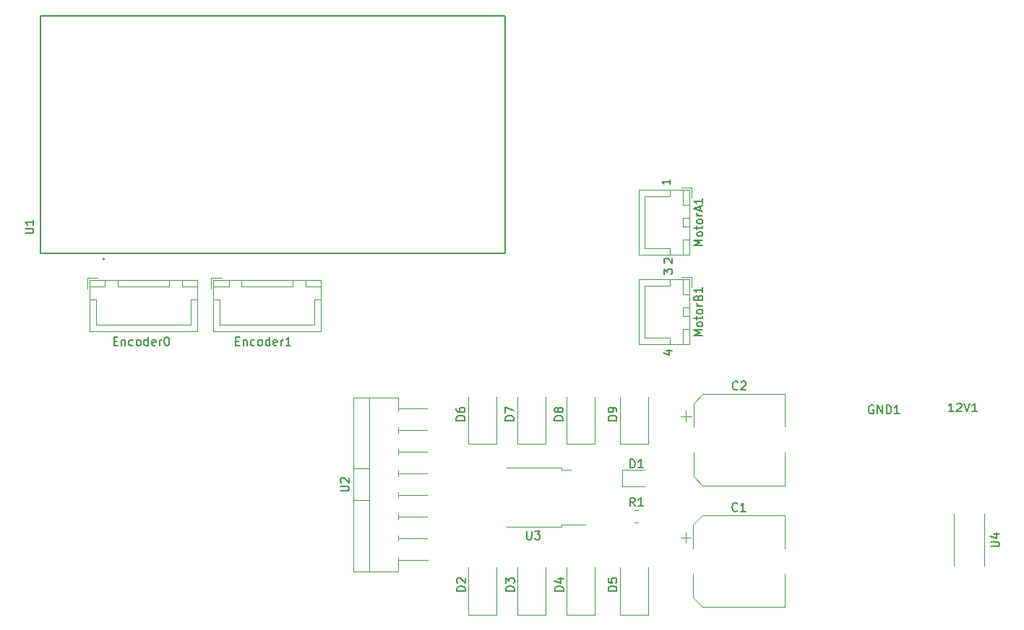
<source format=gbr>
%TF.GenerationSoftware,KiCad,Pcbnew,7.0.8*%
%TF.CreationDate,2024-03-30T18:50:20+07:00*%
%TF.ProjectId,2wd_control,3277645f-636f-46e7-9472-6f6c2e6b6963,rev?*%
%TF.SameCoordinates,Original*%
%TF.FileFunction,Legend,Top*%
%TF.FilePolarity,Positive*%
%FSLAX46Y46*%
G04 Gerber Fmt 4.6, Leading zero omitted, Abs format (unit mm)*
G04 Created by KiCad (PCBNEW 7.0.8) date 2024-03-30 18:50:20*
%MOMM*%
%LPD*%
G01*
G04 APERTURE LIST*
%ADD10C,0.150000*%
%ADD11C,0.120000*%
%ADD12C,0.127000*%
%ADD13C,0.200000*%
G04 APERTURE END LIST*
D10*
X187954819Y-78833332D02*
X187954819Y-78214285D01*
X187954819Y-78214285D02*
X188335771Y-78547618D01*
X188335771Y-78547618D02*
X188335771Y-78404761D01*
X188335771Y-78404761D02*
X188383390Y-78309523D01*
X188383390Y-78309523D02*
X188431009Y-78261904D01*
X188431009Y-78261904D02*
X188526247Y-78214285D01*
X188526247Y-78214285D02*
X188764342Y-78214285D01*
X188764342Y-78214285D02*
X188859580Y-78261904D01*
X188859580Y-78261904D02*
X188907200Y-78309523D01*
X188907200Y-78309523D02*
X188954819Y-78404761D01*
X188954819Y-78404761D02*
X188954819Y-78690475D01*
X188954819Y-78690475D02*
X188907200Y-78785713D01*
X188907200Y-78785713D02*
X188859580Y-78833332D01*
X188050057Y-77535713D02*
X188002438Y-77488094D01*
X188002438Y-77488094D02*
X187954819Y-77392856D01*
X187954819Y-77392856D02*
X187954819Y-77154761D01*
X187954819Y-77154761D02*
X188002438Y-77059523D01*
X188002438Y-77059523D02*
X188050057Y-77011904D01*
X188050057Y-77011904D02*
X188145295Y-76964285D01*
X188145295Y-76964285D02*
X188240533Y-76964285D01*
X188240533Y-76964285D02*
X188383390Y-77011904D01*
X188383390Y-77011904D02*
X188954819Y-77583332D01*
X188954819Y-77583332D02*
X188954819Y-76964285D01*
X188704819Y-67714285D02*
X188704819Y-68285713D01*
X188704819Y-67999999D02*
X187704819Y-67999999D01*
X187704819Y-67999999D02*
X187847676Y-68095237D01*
X187847676Y-68095237D02*
X187942914Y-68190475D01*
X187942914Y-68190475D02*
X187990533Y-68285713D01*
X188288152Y-87809523D02*
X188954819Y-87809523D01*
X187907200Y-88047618D02*
X188621485Y-88285713D01*
X188621485Y-88285713D02*
X188621485Y-87666666D01*
X221904761Y-94954819D02*
X221333333Y-94954819D01*
X221619047Y-94954819D02*
X221619047Y-93954819D01*
X221619047Y-93954819D02*
X221523809Y-94097676D01*
X221523809Y-94097676D02*
X221428571Y-94192914D01*
X221428571Y-94192914D02*
X221333333Y-94240533D01*
X222285714Y-94050057D02*
X222333333Y-94002438D01*
X222333333Y-94002438D02*
X222428571Y-93954819D01*
X222428571Y-93954819D02*
X222666666Y-93954819D01*
X222666666Y-93954819D02*
X222761904Y-94002438D01*
X222761904Y-94002438D02*
X222809523Y-94050057D01*
X222809523Y-94050057D02*
X222857142Y-94145295D01*
X222857142Y-94145295D02*
X222857142Y-94240533D01*
X222857142Y-94240533D02*
X222809523Y-94383390D01*
X222809523Y-94383390D02*
X222238095Y-94954819D01*
X222238095Y-94954819D02*
X222857142Y-94954819D01*
X223142857Y-93954819D02*
X223476190Y-94954819D01*
X223476190Y-94954819D02*
X223809523Y-93954819D01*
X224666666Y-94954819D02*
X224095238Y-94954819D01*
X224380952Y-94954819D02*
X224380952Y-93954819D01*
X224380952Y-93954819D02*
X224285714Y-94097676D01*
X224285714Y-94097676D02*
X224190476Y-94192914D01*
X224190476Y-94192914D02*
X224095238Y-94240533D01*
X182444819Y-115988094D02*
X181444819Y-115988094D01*
X181444819Y-115988094D02*
X181444819Y-115749999D01*
X181444819Y-115749999D02*
X181492438Y-115607142D01*
X181492438Y-115607142D02*
X181587676Y-115511904D01*
X181587676Y-115511904D02*
X181682914Y-115464285D01*
X181682914Y-115464285D02*
X181873390Y-115416666D01*
X181873390Y-115416666D02*
X182016247Y-115416666D01*
X182016247Y-115416666D02*
X182206723Y-115464285D01*
X182206723Y-115464285D02*
X182301961Y-115511904D01*
X182301961Y-115511904D02*
X182397200Y-115607142D01*
X182397200Y-115607142D02*
X182444819Y-115749999D01*
X182444819Y-115749999D02*
X182444819Y-115988094D01*
X181444819Y-114511904D02*
X181444819Y-114988094D01*
X181444819Y-114988094D02*
X181921009Y-115035713D01*
X181921009Y-115035713D02*
X181873390Y-114988094D01*
X181873390Y-114988094D02*
X181825771Y-114892856D01*
X181825771Y-114892856D02*
X181825771Y-114654761D01*
X181825771Y-114654761D02*
X181873390Y-114559523D01*
X181873390Y-114559523D02*
X181921009Y-114511904D01*
X181921009Y-114511904D02*
X182016247Y-114464285D01*
X182016247Y-114464285D02*
X182254342Y-114464285D01*
X182254342Y-114464285D02*
X182349580Y-114511904D01*
X182349580Y-114511904D02*
X182397200Y-114559523D01*
X182397200Y-114559523D02*
X182444819Y-114654761D01*
X182444819Y-114654761D02*
X182444819Y-114892856D01*
X182444819Y-114892856D02*
X182397200Y-114988094D01*
X182397200Y-114988094D02*
X182349580Y-115035713D01*
X170394819Y-95988094D02*
X169394819Y-95988094D01*
X169394819Y-95988094D02*
X169394819Y-95749999D01*
X169394819Y-95749999D02*
X169442438Y-95607142D01*
X169442438Y-95607142D02*
X169537676Y-95511904D01*
X169537676Y-95511904D02*
X169632914Y-95464285D01*
X169632914Y-95464285D02*
X169823390Y-95416666D01*
X169823390Y-95416666D02*
X169966247Y-95416666D01*
X169966247Y-95416666D02*
X170156723Y-95464285D01*
X170156723Y-95464285D02*
X170251961Y-95511904D01*
X170251961Y-95511904D02*
X170347200Y-95607142D01*
X170347200Y-95607142D02*
X170394819Y-95749999D01*
X170394819Y-95749999D02*
X170394819Y-95988094D01*
X169394819Y-95083332D02*
X169394819Y-94416666D01*
X169394819Y-94416666D02*
X170394819Y-94845237D01*
X176194819Y-115988094D02*
X175194819Y-115988094D01*
X175194819Y-115988094D02*
X175194819Y-115749999D01*
X175194819Y-115749999D02*
X175242438Y-115607142D01*
X175242438Y-115607142D02*
X175337676Y-115511904D01*
X175337676Y-115511904D02*
X175432914Y-115464285D01*
X175432914Y-115464285D02*
X175623390Y-115416666D01*
X175623390Y-115416666D02*
X175766247Y-115416666D01*
X175766247Y-115416666D02*
X175956723Y-115464285D01*
X175956723Y-115464285D02*
X176051961Y-115511904D01*
X176051961Y-115511904D02*
X176147200Y-115607142D01*
X176147200Y-115607142D02*
X176194819Y-115749999D01*
X176194819Y-115749999D02*
X176194819Y-115988094D01*
X175528152Y-114559523D02*
X176194819Y-114559523D01*
X175147200Y-114797618D02*
X175861485Y-115035713D01*
X175861485Y-115035713D02*
X175861485Y-114416666D01*
X171898095Y-108954819D02*
X171898095Y-109764342D01*
X171898095Y-109764342D02*
X171945714Y-109859580D01*
X171945714Y-109859580D02*
X171993333Y-109907200D01*
X171993333Y-109907200D02*
X172088571Y-109954819D01*
X172088571Y-109954819D02*
X172279047Y-109954819D01*
X172279047Y-109954819D02*
X172374285Y-109907200D01*
X172374285Y-109907200D02*
X172421904Y-109859580D01*
X172421904Y-109859580D02*
X172469523Y-109764342D01*
X172469523Y-109764342D02*
X172469523Y-108954819D01*
X172850476Y-108954819D02*
X173469523Y-108954819D01*
X173469523Y-108954819D02*
X173136190Y-109335771D01*
X173136190Y-109335771D02*
X173279047Y-109335771D01*
X173279047Y-109335771D02*
X173374285Y-109383390D01*
X173374285Y-109383390D02*
X173421904Y-109431009D01*
X173421904Y-109431009D02*
X173469523Y-109526247D01*
X173469523Y-109526247D02*
X173469523Y-109764342D01*
X173469523Y-109764342D02*
X173421904Y-109859580D01*
X173421904Y-109859580D02*
X173374285Y-109907200D01*
X173374285Y-109907200D02*
X173279047Y-109954819D01*
X173279047Y-109954819D02*
X172993333Y-109954819D01*
X172993333Y-109954819D02*
X172898095Y-109907200D01*
X172898095Y-109907200D02*
X172850476Y-109859580D01*
X164694819Y-115988094D02*
X163694819Y-115988094D01*
X163694819Y-115988094D02*
X163694819Y-115749999D01*
X163694819Y-115749999D02*
X163742438Y-115607142D01*
X163742438Y-115607142D02*
X163837676Y-115511904D01*
X163837676Y-115511904D02*
X163932914Y-115464285D01*
X163932914Y-115464285D02*
X164123390Y-115416666D01*
X164123390Y-115416666D02*
X164266247Y-115416666D01*
X164266247Y-115416666D02*
X164456723Y-115464285D01*
X164456723Y-115464285D02*
X164551961Y-115511904D01*
X164551961Y-115511904D02*
X164647200Y-115607142D01*
X164647200Y-115607142D02*
X164694819Y-115749999D01*
X164694819Y-115749999D02*
X164694819Y-115988094D01*
X163790057Y-115035713D02*
X163742438Y-114988094D01*
X163742438Y-114988094D02*
X163694819Y-114892856D01*
X163694819Y-114892856D02*
X163694819Y-114654761D01*
X163694819Y-114654761D02*
X163742438Y-114559523D01*
X163742438Y-114559523D02*
X163790057Y-114511904D01*
X163790057Y-114511904D02*
X163885295Y-114464285D01*
X163885295Y-114464285D02*
X163980533Y-114464285D01*
X163980533Y-114464285D02*
X164123390Y-114511904D01*
X164123390Y-114511904D02*
X164694819Y-115083332D01*
X164694819Y-115083332D02*
X164694819Y-114464285D01*
X113118567Y-74041373D02*
X113928403Y-74041373D01*
X113928403Y-74041373D02*
X114023678Y-73993736D01*
X114023678Y-73993736D02*
X114071316Y-73946099D01*
X114071316Y-73946099D02*
X114118953Y-73850824D01*
X114118953Y-73850824D02*
X114118953Y-73660274D01*
X114118953Y-73660274D02*
X114071316Y-73564999D01*
X114071316Y-73564999D02*
X114023678Y-73517362D01*
X114023678Y-73517362D02*
X113928403Y-73469724D01*
X113928403Y-73469724D02*
X113118567Y-73469724D01*
X114118953Y-72469339D02*
X114118953Y-73040988D01*
X114118953Y-72755163D02*
X113118567Y-72755163D01*
X113118567Y-72755163D02*
X113261479Y-72850438D01*
X113261479Y-72850438D02*
X113356754Y-72945713D01*
X113356754Y-72945713D02*
X113404392Y-73040988D01*
X226252819Y-110797904D02*
X227062342Y-110797904D01*
X227062342Y-110797904D02*
X227157580Y-110750285D01*
X227157580Y-110750285D02*
X227205200Y-110702666D01*
X227205200Y-110702666D02*
X227252819Y-110607428D01*
X227252819Y-110607428D02*
X227252819Y-110416952D01*
X227252819Y-110416952D02*
X227205200Y-110321714D01*
X227205200Y-110321714D02*
X227157580Y-110274095D01*
X227157580Y-110274095D02*
X227062342Y-110226476D01*
X227062342Y-110226476D02*
X226252819Y-110226476D01*
X226586152Y-109321714D02*
X227252819Y-109321714D01*
X226205200Y-109559809D02*
X226919485Y-109797904D01*
X226919485Y-109797904D02*
X226919485Y-109178857D01*
X196583333Y-106559580D02*
X196535714Y-106607200D01*
X196535714Y-106607200D02*
X196392857Y-106654819D01*
X196392857Y-106654819D02*
X196297619Y-106654819D01*
X196297619Y-106654819D02*
X196154762Y-106607200D01*
X196154762Y-106607200D02*
X196059524Y-106511961D01*
X196059524Y-106511961D02*
X196011905Y-106416723D01*
X196011905Y-106416723D02*
X195964286Y-106226247D01*
X195964286Y-106226247D02*
X195964286Y-106083390D01*
X195964286Y-106083390D02*
X196011905Y-105892914D01*
X196011905Y-105892914D02*
X196059524Y-105797676D01*
X196059524Y-105797676D02*
X196154762Y-105702438D01*
X196154762Y-105702438D02*
X196297619Y-105654819D01*
X196297619Y-105654819D02*
X196392857Y-105654819D01*
X196392857Y-105654819D02*
X196535714Y-105702438D01*
X196535714Y-105702438D02*
X196583333Y-105750057D01*
X197535714Y-106654819D02*
X196964286Y-106654819D01*
X197250000Y-106654819D02*
X197250000Y-105654819D01*
X197250000Y-105654819D02*
X197154762Y-105797676D01*
X197154762Y-105797676D02*
X197059524Y-105892914D01*
X197059524Y-105892914D02*
X196964286Y-105940533D01*
X150079819Y-104266904D02*
X150889342Y-104266904D01*
X150889342Y-104266904D02*
X150984580Y-104219285D01*
X150984580Y-104219285D02*
X151032200Y-104171666D01*
X151032200Y-104171666D02*
X151079819Y-104076428D01*
X151079819Y-104076428D02*
X151079819Y-103885952D01*
X151079819Y-103885952D02*
X151032200Y-103790714D01*
X151032200Y-103790714D02*
X150984580Y-103743095D01*
X150984580Y-103743095D02*
X150889342Y-103695476D01*
X150889342Y-103695476D02*
X150079819Y-103695476D01*
X150175057Y-103266904D02*
X150127438Y-103219285D01*
X150127438Y-103219285D02*
X150079819Y-103124047D01*
X150079819Y-103124047D02*
X150079819Y-102885952D01*
X150079819Y-102885952D02*
X150127438Y-102790714D01*
X150127438Y-102790714D02*
X150175057Y-102743095D01*
X150175057Y-102743095D02*
X150270295Y-102695476D01*
X150270295Y-102695476D02*
X150365533Y-102695476D01*
X150365533Y-102695476D02*
X150508390Y-102743095D01*
X150508390Y-102743095D02*
X151079819Y-103314523D01*
X151079819Y-103314523D02*
X151079819Y-102695476D01*
X170444819Y-115988094D02*
X169444819Y-115988094D01*
X169444819Y-115988094D02*
X169444819Y-115749999D01*
X169444819Y-115749999D02*
X169492438Y-115607142D01*
X169492438Y-115607142D02*
X169587676Y-115511904D01*
X169587676Y-115511904D02*
X169682914Y-115464285D01*
X169682914Y-115464285D02*
X169873390Y-115416666D01*
X169873390Y-115416666D02*
X170016247Y-115416666D01*
X170016247Y-115416666D02*
X170206723Y-115464285D01*
X170206723Y-115464285D02*
X170301961Y-115511904D01*
X170301961Y-115511904D02*
X170397200Y-115607142D01*
X170397200Y-115607142D02*
X170444819Y-115749999D01*
X170444819Y-115749999D02*
X170444819Y-115988094D01*
X169444819Y-115083332D02*
X169444819Y-114464285D01*
X169444819Y-114464285D02*
X169825771Y-114797618D01*
X169825771Y-114797618D02*
X169825771Y-114654761D01*
X169825771Y-114654761D02*
X169873390Y-114559523D01*
X169873390Y-114559523D02*
X169921009Y-114511904D01*
X169921009Y-114511904D02*
X170016247Y-114464285D01*
X170016247Y-114464285D02*
X170254342Y-114464285D01*
X170254342Y-114464285D02*
X170349580Y-114511904D01*
X170349580Y-114511904D02*
X170397200Y-114559523D01*
X170397200Y-114559523D02*
X170444819Y-114654761D01*
X170444819Y-114654761D02*
X170444819Y-114940475D01*
X170444819Y-114940475D02*
X170397200Y-115035713D01*
X170397200Y-115035713D02*
X170349580Y-115083332D01*
X123535714Y-86681009D02*
X123869047Y-86681009D01*
X124011904Y-87204819D02*
X123535714Y-87204819D01*
X123535714Y-87204819D02*
X123535714Y-86204819D01*
X123535714Y-86204819D02*
X124011904Y-86204819D01*
X124440476Y-86538152D02*
X124440476Y-87204819D01*
X124440476Y-86633390D02*
X124488095Y-86585771D01*
X124488095Y-86585771D02*
X124583333Y-86538152D01*
X124583333Y-86538152D02*
X124726190Y-86538152D01*
X124726190Y-86538152D02*
X124821428Y-86585771D01*
X124821428Y-86585771D02*
X124869047Y-86681009D01*
X124869047Y-86681009D02*
X124869047Y-87204819D01*
X125773809Y-87157200D02*
X125678571Y-87204819D01*
X125678571Y-87204819D02*
X125488095Y-87204819D01*
X125488095Y-87204819D02*
X125392857Y-87157200D01*
X125392857Y-87157200D02*
X125345238Y-87109580D01*
X125345238Y-87109580D02*
X125297619Y-87014342D01*
X125297619Y-87014342D02*
X125297619Y-86728628D01*
X125297619Y-86728628D02*
X125345238Y-86633390D01*
X125345238Y-86633390D02*
X125392857Y-86585771D01*
X125392857Y-86585771D02*
X125488095Y-86538152D01*
X125488095Y-86538152D02*
X125678571Y-86538152D01*
X125678571Y-86538152D02*
X125773809Y-86585771D01*
X126345238Y-87204819D02*
X126250000Y-87157200D01*
X126250000Y-87157200D02*
X126202381Y-87109580D01*
X126202381Y-87109580D02*
X126154762Y-87014342D01*
X126154762Y-87014342D02*
X126154762Y-86728628D01*
X126154762Y-86728628D02*
X126202381Y-86633390D01*
X126202381Y-86633390D02*
X126250000Y-86585771D01*
X126250000Y-86585771D02*
X126345238Y-86538152D01*
X126345238Y-86538152D02*
X126488095Y-86538152D01*
X126488095Y-86538152D02*
X126583333Y-86585771D01*
X126583333Y-86585771D02*
X126630952Y-86633390D01*
X126630952Y-86633390D02*
X126678571Y-86728628D01*
X126678571Y-86728628D02*
X126678571Y-87014342D01*
X126678571Y-87014342D02*
X126630952Y-87109580D01*
X126630952Y-87109580D02*
X126583333Y-87157200D01*
X126583333Y-87157200D02*
X126488095Y-87204819D01*
X126488095Y-87204819D02*
X126345238Y-87204819D01*
X127535714Y-87204819D02*
X127535714Y-86204819D01*
X127535714Y-87157200D02*
X127440476Y-87204819D01*
X127440476Y-87204819D02*
X127250000Y-87204819D01*
X127250000Y-87204819D02*
X127154762Y-87157200D01*
X127154762Y-87157200D02*
X127107143Y-87109580D01*
X127107143Y-87109580D02*
X127059524Y-87014342D01*
X127059524Y-87014342D02*
X127059524Y-86728628D01*
X127059524Y-86728628D02*
X127107143Y-86633390D01*
X127107143Y-86633390D02*
X127154762Y-86585771D01*
X127154762Y-86585771D02*
X127250000Y-86538152D01*
X127250000Y-86538152D02*
X127440476Y-86538152D01*
X127440476Y-86538152D02*
X127535714Y-86585771D01*
X128392857Y-87157200D02*
X128297619Y-87204819D01*
X128297619Y-87204819D02*
X128107143Y-87204819D01*
X128107143Y-87204819D02*
X128011905Y-87157200D01*
X128011905Y-87157200D02*
X127964286Y-87061961D01*
X127964286Y-87061961D02*
X127964286Y-86681009D01*
X127964286Y-86681009D02*
X128011905Y-86585771D01*
X128011905Y-86585771D02*
X128107143Y-86538152D01*
X128107143Y-86538152D02*
X128297619Y-86538152D01*
X128297619Y-86538152D02*
X128392857Y-86585771D01*
X128392857Y-86585771D02*
X128440476Y-86681009D01*
X128440476Y-86681009D02*
X128440476Y-86776247D01*
X128440476Y-86776247D02*
X127964286Y-86871485D01*
X128869048Y-87204819D02*
X128869048Y-86538152D01*
X128869048Y-86728628D02*
X128916667Y-86633390D01*
X128916667Y-86633390D02*
X128964286Y-86585771D01*
X128964286Y-86585771D02*
X129059524Y-86538152D01*
X129059524Y-86538152D02*
X129154762Y-86538152D01*
X129678572Y-86204819D02*
X129773810Y-86204819D01*
X129773810Y-86204819D02*
X129869048Y-86252438D01*
X129869048Y-86252438D02*
X129916667Y-86300057D01*
X129916667Y-86300057D02*
X129964286Y-86395295D01*
X129964286Y-86395295D02*
X130011905Y-86585771D01*
X130011905Y-86585771D02*
X130011905Y-86823866D01*
X130011905Y-86823866D02*
X129964286Y-87014342D01*
X129964286Y-87014342D02*
X129916667Y-87109580D01*
X129916667Y-87109580D02*
X129869048Y-87157200D01*
X129869048Y-87157200D02*
X129773810Y-87204819D01*
X129773810Y-87204819D02*
X129678572Y-87204819D01*
X129678572Y-87204819D02*
X129583334Y-87157200D01*
X129583334Y-87157200D02*
X129535715Y-87109580D01*
X129535715Y-87109580D02*
X129488096Y-87014342D01*
X129488096Y-87014342D02*
X129440477Y-86823866D01*
X129440477Y-86823866D02*
X129440477Y-86585771D01*
X129440477Y-86585771D02*
X129488096Y-86395295D01*
X129488096Y-86395295D02*
X129535715Y-86300057D01*
X129535715Y-86300057D02*
X129583334Y-86252438D01*
X129583334Y-86252438D02*
X129678572Y-86204819D01*
X182444819Y-95988094D02*
X181444819Y-95988094D01*
X181444819Y-95988094D02*
X181444819Y-95749999D01*
X181444819Y-95749999D02*
X181492438Y-95607142D01*
X181492438Y-95607142D02*
X181587676Y-95511904D01*
X181587676Y-95511904D02*
X181682914Y-95464285D01*
X181682914Y-95464285D02*
X181873390Y-95416666D01*
X181873390Y-95416666D02*
X182016247Y-95416666D01*
X182016247Y-95416666D02*
X182206723Y-95464285D01*
X182206723Y-95464285D02*
X182301961Y-95511904D01*
X182301961Y-95511904D02*
X182397200Y-95607142D01*
X182397200Y-95607142D02*
X182444819Y-95749999D01*
X182444819Y-95749999D02*
X182444819Y-95988094D01*
X182444819Y-94940475D02*
X182444819Y-94749999D01*
X182444819Y-94749999D02*
X182397200Y-94654761D01*
X182397200Y-94654761D02*
X182349580Y-94607142D01*
X182349580Y-94607142D02*
X182206723Y-94511904D01*
X182206723Y-94511904D02*
X182016247Y-94464285D01*
X182016247Y-94464285D02*
X181635295Y-94464285D01*
X181635295Y-94464285D02*
X181540057Y-94511904D01*
X181540057Y-94511904D02*
X181492438Y-94559523D01*
X181492438Y-94559523D02*
X181444819Y-94654761D01*
X181444819Y-94654761D02*
X181444819Y-94845237D01*
X181444819Y-94845237D02*
X181492438Y-94940475D01*
X181492438Y-94940475D02*
X181540057Y-94988094D01*
X181540057Y-94988094D02*
X181635295Y-95035713D01*
X181635295Y-95035713D02*
X181873390Y-95035713D01*
X181873390Y-95035713D02*
X181968628Y-94988094D01*
X181968628Y-94988094D02*
X182016247Y-94940475D01*
X182016247Y-94940475D02*
X182063866Y-94845237D01*
X182063866Y-94845237D02*
X182063866Y-94654761D01*
X182063866Y-94654761D02*
X182016247Y-94559523D01*
X182016247Y-94559523D02*
X181968628Y-94511904D01*
X181968628Y-94511904D02*
X181873390Y-94464285D01*
X212511904Y-94252438D02*
X212416666Y-94204819D01*
X212416666Y-94204819D02*
X212273809Y-94204819D01*
X212273809Y-94204819D02*
X212130952Y-94252438D01*
X212130952Y-94252438D02*
X212035714Y-94347676D01*
X212035714Y-94347676D02*
X211988095Y-94442914D01*
X211988095Y-94442914D02*
X211940476Y-94633390D01*
X211940476Y-94633390D02*
X211940476Y-94776247D01*
X211940476Y-94776247D02*
X211988095Y-94966723D01*
X211988095Y-94966723D02*
X212035714Y-95061961D01*
X212035714Y-95061961D02*
X212130952Y-95157200D01*
X212130952Y-95157200D02*
X212273809Y-95204819D01*
X212273809Y-95204819D02*
X212369047Y-95204819D01*
X212369047Y-95204819D02*
X212511904Y-95157200D01*
X212511904Y-95157200D02*
X212559523Y-95109580D01*
X212559523Y-95109580D02*
X212559523Y-94776247D01*
X212559523Y-94776247D02*
X212369047Y-94776247D01*
X212988095Y-95204819D02*
X212988095Y-94204819D01*
X212988095Y-94204819D02*
X213559523Y-95204819D01*
X213559523Y-95204819D02*
X213559523Y-94204819D01*
X214035714Y-95204819D02*
X214035714Y-94204819D01*
X214035714Y-94204819D02*
X214273809Y-94204819D01*
X214273809Y-94204819D02*
X214416666Y-94252438D01*
X214416666Y-94252438D02*
X214511904Y-94347676D01*
X214511904Y-94347676D02*
X214559523Y-94442914D01*
X214559523Y-94442914D02*
X214607142Y-94633390D01*
X214607142Y-94633390D02*
X214607142Y-94776247D01*
X214607142Y-94776247D02*
X214559523Y-94966723D01*
X214559523Y-94966723D02*
X214511904Y-95061961D01*
X214511904Y-95061961D02*
X214416666Y-95157200D01*
X214416666Y-95157200D02*
X214273809Y-95204819D01*
X214273809Y-95204819D02*
X214035714Y-95204819D01*
X215559523Y-95204819D02*
X214988095Y-95204819D01*
X215273809Y-95204819D02*
X215273809Y-94204819D01*
X215273809Y-94204819D02*
X215178571Y-94347676D01*
X215178571Y-94347676D02*
X215083333Y-94442914D01*
X215083333Y-94442914D02*
X214988095Y-94490533D01*
X184583333Y-106054819D02*
X184250000Y-105578628D01*
X184011905Y-106054819D02*
X184011905Y-105054819D01*
X184011905Y-105054819D02*
X184392857Y-105054819D01*
X184392857Y-105054819D02*
X184488095Y-105102438D01*
X184488095Y-105102438D02*
X184535714Y-105150057D01*
X184535714Y-105150057D02*
X184583333Y-105245295D01*
X184583333Y-105245295D02*
X184583333Y-105388152D01*
X184583333Y-105388152D02*
X184535714Y-105483390D01*
X184535714Y-105483390D02*
X184488095Y-105531009D01*
X184488095Y-105531009D02*
X184392857Y-105578628D01*
X184392857Y-105578628D02*
X184011905Y-105578628D01*
X185535714Y-106054819D02*
X184964286Y-106054819D01*
X185250000Y-106054819D02*
X185250000Y-105054819D01*
X185250000Y-105054819D02*
X185154762Y-105197676D01*
X185154762Y-105197676D02*
X185059524Y-105292914D01*
X185059524Y-105292914D02*
X184964286Y-105340533D01*
X137785714Y-86681009D02*
X138119047Y-86681009D01*
X138261904Y-87204819D02*
X137785714Y-87204819D01*
X137785714Y-87204819D02*
X137785714Y-86204819D01*
X137785714Y-86204819D02*
X138261904Y-86204819D01*
X138690476Y-86538152D02*
X138690476Y-87204819D01*
X138690476Y-86633390D02*
X138738095Y-86585771D01*
X138738095Y-86585771D02*
X138833333Y-86538152D01*
X138833333Y-86538152D02*
X138976190Y-86538152D01*
X138976190Y-86538152D02*
X139071428Y-86585771D01*
X139071428Y-86585771D02*
X139119047Y-86681009D01*
X139119047Y-86681009D02*
X139119047Y-87204819D01*
X140023809Y-87157200D02*
X139928571Y-87204819D01*
X139928571Y-87204819D02*
X139738095Y-87204819D01*
X139738095Y-87204819D02*
X139642857Y-87157200D01*
X139642857Y-87157200D02*
X139595238Y-87109580D01*
X139595238Y-87109580D02*
X139547619Y-87014342D01*
X139547619Y-87014342D02*
X139547619Y-86728628D01*
X139547619Y-86728628D02*
X139595238Y-86633390D01*
X139595238Y-86633390D02*
X139642857Y-86585771D01*
X139642857Y-86585771D02*
X139738095Y-86538152D01*
X139738095Y-86538152D02*
X139928571Y-86538152D01*
X139928571Y-86538152D02*
X140023809Y-86585771D01*
X140595238Y-87204819D02*
X140500000Y-87157200D01*
X140500000Y-87157200D02*
X140452381Y-87109580D01*
X140452381Y-87109580D02*
X140404762Y-87014342D01*
X140404762Y-87014342D02*
X140404762Y-86728628D01*
X140404762Y-86728628D02*
X140452381Y-86633390D01*
X140452381Y-86633390D02*
X140500000Y-86585771D01*
X140500000Y-86585771D02*
X140595238Y-86538152D01*
X140595238Y-86538152D02*
X140738095Y-86538152D01*
X140738095Y-86538152D02*
X140833333Y-86585771D01*
X140833333Y-86585771D02*
X140880952Y-86633390D01*
X140880952Y-86633390D02*
X140928571Y-86728628D01*
X140928571Y-86728628D02*
X140928571Y-87014342D01*
X140928571Y-87014342D02*
X140880952Y-87109580D01*
X140880952Y-87109580D02*
X140833333Y-87157200D01*
X140833333Y-87157200D02*
X140738095Y-87204819D01*
X140738095Y-87204819D02*
X140595238Y-87204819D01*
X141785714Y-87204819D02*
X141785714Y-86204819D01*
X141785714Y-87157200D02*
X141690476Y-87204819D01*
X141690476Y-87204819D02*
X141500000Y-87204819D01*
X141500000Y-87204819D02*
X141404762Y-87157200D01*
X141404762Y-87157200D02*
X141357143Y-87109580D01*
X141357143Y-87109580D02*
X141309524Y-87014342D01*
X141309524Y-87014342D02*
X141309524Y-86728628D01*
X141309524Y-86728628D02*
X141357143Y-86633390D01*
X141357143Y-86633390D02*
X141404762Y-86585771D01*
X141404762Y-86585771D02*
X141500000Y-86538152D01*
X141500000Y-86538152D02*
X141690476Y-86538152D01*
X141690476Y-86538152D02*
X141785714Y-86585771D01*
X142642857Y-87157200D02*
X142547619Y-87204819D01*
X142547619Y-87204819D02*
X142357143Y-87204819D01*
X142357143Y-87204819D02*
X142261905Y-87157200D01*
X142261905Y-87157200D02*
X142214286Y-87061961D01*
X142214286Y-87061961D02*
X142214286Y-86681009D01*
X142214286Y-86681009D02*
X142261905Y-86585771D01*
X142261905Y-86585771D02*
X142357143Y-86538152D01*
X142357143Y-86538152D02*
X142547619Y-86538152D01*
X142547619Y-86538152D02*
X142642857Y-86585771D01*
X142642857Y-86585771D02*
X142690476Y-86681009D01*
X142690476Y-86681009D02*
X142690476Y-86776247D01*
X142690476Y-86776247D02*
X142214286Y-86871485D01*
X143119048Y-87204819D02*
X143119048Y-86538152D01*
X143119048Y-86728628D02*
X143166667Y-86633390D01*
X143166667Y-86633390D02*
X143214286Y-86585771D01*
X143214286Y-86585771D02*
X143309524Y-86538152D01*
X143309524Y-86538152D02*
X143404762Y-86538152D01*
X144261905Y-87204819D02*
X143690477Y-87204819D01*
X143976191Y-87204819D02*
X143976191Y-86204819D01*
X143976191Y-86204819D02*
X143880953Y-86347676D01*
X143880953Y-86347676D02*
X143785715Y-86442914D01*
X143785715Y-86442914D02*
X143690477Y-86490533D01*
X196633333Y-92309580D02*
X196585714Y-92357200D01*
X196585714Y-92357200D02*
X196442857Y-92404819D01*
X196442857Y-92404819D02*
X196347619Y-92404819D01*
X196347619Y-92404819D02*
X196204762Y-92357200D01*
X196204762Y-92357200D02*
X196109524Y-92261961D01*
X196109524Y-92261961D02*
X196061905Y-92166723D01*
X196061905Y-92166723D02*
X196014286Y-91976247D01*
X196014286Y-91976247D02*
X196014286Y-91833390D01*
X196014286Y-91833390D02*
X196061905Y-91642914D01*
X196061905Y-91642914D02*
X196109524Y-91547676D01*
X196109524Y-91547676D02*
X196204762Y-91452438D01*
X196204762Y-91452438D02*
X196347619Y-91404819D01*
X196347619Y-91404819D02*
X196442857Y-91404819D01*
X196442857Y-91404819D02*
X196585714Y-91452438D01*
X196585714Y-91452438D02*
X196633333Y-91500057D01*
X197014286Y-91500057D02*
X197061905Y-91452438D01*
X197061905Y-91452438D02*
X197157143Y-91404819D01*
X197157143Y-91404819D02*
X197395238Y-91404819D01*
X197395238Y-91404819D02*
X197490476Y-91452438D01*
X197490476Y-91452438D02*
X197538095Y-91500057D01*
X197538095Y-91500057D02*
X197585714Y-91595295D01*
X197585714Y-91595295D02*
X197585714Y-91690533D01*
X197585714Y-91690533D02*
X197538095Y-91833390D01*
X197538095Y-91833390D02*
X196966667Y-92404819D01*
X196966667Y-92404819D02*
X197585714Y-92404819D01*
X192504819Y-75488095D02*
X191504819Y-75488095D01*
X191504819Y-75488095D02*
X192219104Y-75154762D01*
X192219104Y-75154762D02*
X191504819Y-74821429D01*
X191504819Y-74821429D02*
X192504819Y-74821429D01*
X192504819Y-74202381D02*
X192457200Y-74297619D01*
X192457200Y-74297619D02*
X192409580Y-74345238D01*
X192409580Y-74345238D02*
X192314342Y-74392857D01*
X192314342Y-74392857D02*
X192028628Y-74392857D01*
X192028628Y-74392857D02*
X191933390Y-74345238D01*
X191933390Y-74345238D02*
X191885771Y-74297619D01*
X191885771Y-74297619D02*
X191838152Y-74202381D01*
X191838152Y-74202381D02*
X191838152Y-74059524D01*
X191838152Y-74059524D02*
X191885771Y-73964286D01*
X191885771Y-73964286D02*
X191933390Y-73916667D01*
X191933390Y-73916667D02*
X192028628Y-73869048D01*
X192028628Y-73869048D02*
X192314342Y-73869048D01*
X192314342Y-73869048D02*
X192409580Y-73916667D01*
X192409580Y-73916667D02*
X192457200Y-73964286D01*
X192457200Y-73964286D02*
X192504819Y-74059524D01*
X192504819Y-74059524D02*
X192504819Y-74202381D01*
X191838152Y-73583333D02*
X191838152Y-73202381D01*
X191504819Y-73440476D02*
X192361961Y-73440476D01*
X192361961Y-73440476D02*
X192457200Y-73392857D01*
X192457200Y-73392857D02*
X192504819Y-73297619D01*
X192504819Y-73297619D02*
X192504819Y-73202381D01*
X192504819Y-72726190D02*
X192457200Y-72821428D01*
X192457200Y-72821428D02*
X192409580Y-72869047D01*
X192409580Y-72869047D02*
X192314342Y-72916666D01*
X192314342Y-72916666D02*
X192028628Y-72916666D01*
X192028628Y-72916666D02*
X191933390Y-72869047D01*
X191933390Y-72869047D02*
X191885771Y-72821428D01*
X191885771Y-72821428D02*
X191838152Y-72726190D01*
X191838152Y-72726190D02*
X191838152Y-72583333D01*
X191838152Y-72583333D02*
X191885771Y-72488095D01*
X191885771Y-72488095D02*
X191933390Y-72440476D01*
X191933390Y-72440476D02*
X192028628Y-72392857D01*
X192028628Y-72392857D02*
X192314342Y-72392857D01*
X192314342Y-72392857D02*
X192409580Y-72440476D01*
X192409580Y-72440476D02*
X192457200Y-72488095D01*
X192457200Y-72488095D02*
X192504819Y-72583333D01*
X192504819Y-72583333D02*
X192504819Y-72726190D01*
X192504819Y-71964285D02*
X191838152Y-71964285D01*
X192028628Y-71964285D02*
X191933390Y-71916666D01*
X191933390Y-71916666D02*
X191885771Y-71869047D01*
X191885771Y-71869047D02*
X191838152Y-71773809D01*
X191838152Y-71773809D02*
X191838152Y-71678571D01*
X192219104Y-71392856D02*
X192219104Y-70916666D01*
X192504819Y-71488094D02*
X191504819Y-71154761D01*
X191504819Y-71154761D02*
X192504819Y-70821428D01*
X192504819Y-69964285D02*
X192504819Y-70535713D01*
X192504819Y-70249999D02*
X191504819Y-70249999D01*
X191504819Y-70249999D02*
X191647676Y-70345237D01*
X191647676Y-70345237D02*
X191742914Y-70440475D01*
X191742914Y-70440475D02*
X191790533Y-70535713D01*
X192504819Y-86059523D02*
X191504819Y-86059523D01*
X191504819Y-86059523D02*
X192219104Y-85726190D01*
X192219104Y-85726190D02*
X191504819Y-85392857D01*
X191504819Y-85392857D02*
X192504819Y-85392857D01*
X192504819Y-84773809D02*
X192457200Y-84869047D01*
X192457200Y-84869047D02*
X192409580Y-84916666D01*
X192409580Y-84916666D02*
X192314342Y-84964285D01*
X192314342Y-84964285D02*
X192028628Y-84964285D01*
X192028628Y-84964285D02*
X191933390Y-84916666D01*
X191933390Y-84916666D02*
X191885771Y-84869047D01*
X191885771Y-84869047D02*
X191838152Y-84773809D01*
X191838152Y-84773809D02*
X191838152Y-84630952D01*
X191838152Y-84630952D02*
X191885771Y-84535714D01*
X191885771Y-84535714D02*
X191933390Y-84488095D01*
X191933390Y-84488095D02*
X192028628Y-84440476D01*
X192028628Y-84440476D02*
X192314342Y-84440476D01*
X192314342Y-84440476D02*
X192409580Y-84488095D01*
X192409580Y-84488095D02*
X192457200Y-84535714D01*
X192457200Y-84535714D02*
X192504819Y-84630952D01*
X192504819Y-84630952D02*
X192504819Y-84773809D01*
X191838152Y-84154761D02*
X191838152Y-83773809D01*
X191504819Y-84011904D02*
X192361961Y-84011904D01*
X192361961Y-84011904D02*
X192457200Y-83964285D01*
X192457200Y-83964285D02*
X192504819Y-83869047D01*
X192504819Y-83869047D02*
X192504819Y-83773809D01*
X192504819Y-83297618D02*
X192457200Y-83392856D01*
X192457200Y-83392856D02*
X192409580Y-83440475D01*
X192409580Y-83440475D02*
X192314342Y-83488094D01*
X192314342Y-83488094D02*
X192028628Y-83488094D01*
X192028628Y-83488094D02*
X191933390Y-83440475D01*
X191933390Y-83440475D02*
X191885771Y-83392856D01*
X191885771Y-83392856D02*
X191838152Y-83297618D01*
X191838152Y-83297618D02*
X191838152Y-83154761D01*
X191838152Y-83154761D02*
X191885771Y-83059523D01*
X191885771Y-83059523D02*
X191933390Y-83011904D01*
X191933390Y-83011904D02*
X192028628Y-82964285D01*
X192028628Y-82964285D02*
X192314342Y-82964285D01*
X192314342Y-82964285D02*
X192409580Y-83011904D01*
X192409580Y-83011904D02*
X192457200Y-83059523D01*
X192457200Y-83059523D02*
X192504819Y-83154761D01*
X192504819Y-83154761D02*
X192504819Y-83297618D01*
X192504819Y-82535713D02*
X191838152Y-82535713D01*
X192028628Y-82535713D02*
X191933390Y-82488094D01*
X191933390Y-82488094D02*
X191885771Y-82440475D01*
X191885771Y-82440475D02*
X191838152Y-82345237D01*
X191838152Y-82345237D02*
X191838152Y-82249999D01*
X191981009Y-81583332D02*
X192028628Y-81440475D01*
X192028628Y-81440475D02*
X192076247Y-81392856D01*
X192076247Y-81392856D02*
X192171485Y-81345237D01*
X192171485Y-81345237D02*
X192314342Y-81345237D01*
X192314342Y-81345237D02*
X192409580Y-81392856D01*
X192409580Y-81392856D02*
X192457200Y-81440475D01*
X192457200Y-81440475D02*
X192504819Y-81535713D01*
X192504819Y-81535713D02*
X192504819Y-81916665D01*
X192504819Y-81916665D02*
X191504819Y-81916665D01*
X191504819Y-81916665D02*
X191504819Y-81583332D01*
X191504819Y-81583332D02*
X191552438Y-81488094D01*
X191552438Y-81488094D02*
X191600057Y-81440475D01*
X191600057Y-81440475D02*
X191695295Y-81392856D01*
X191695295Y-81392856D02*
X191790533Y-81392856D01*
X191790533Y-81392856D02*
X191885771Y-81440475D01*
X191885771Y-81440475D02*
X191933390Y-81488094D01*
X191933390Y-81488094D02*
X191981009Y-81583332D01*
X191981009Y-81583332D02*
X191981009Y-81916665D01*
X192504819Y-80392856D02*
X192504819Y-80964284D01*
X192504819Y-80678570D02*
X191504819Y-80678570D01*
X191504819Y-80678570D02*
X191647676Y-80773808D01*
X191647676Y-80773808D02*
X191742914Y-80869046D01*
X191742914Y-80869046D02*
X191790533Y-80964284D01*
X184011905Y-101554819D02*
X184011905Y-100554819D01*
X184011905Y-100554819D02*
X184250000Y-100554819D01*
X184250000Y-100554819D02*
X184392857Y-100602438D01*
X184392857Y-100602438D02*
X184488095Y-100697676D01*
X184488095Y-100697676D02*
X184535714Y-100792914D01*
X184535714Y-100792914D02*
X184583333Y-100983390D01*
X184583333Y-100983390D02*
X184583333Y-101126247D01*
X184583333Y-101126247D02*
X184535714Y-101316723D01*
X184535714Y-101316723D02*
X184488095Y-101411961D01*
X184488095Y-101411961D02*
X184392857Y-101507200D01*
X184392857Y-101507200D02*
X184250000Y-101554819D01*
X184250000Y-101554819D02*
X184011905Y-101554819D01*
X185535714Y-101554819D02*
X184964286Y-101554819D01*
X185250000Y-101554819D02*
X185250000Y-100554819D01*
X185250000Y-100554819D02*
X185154762Y-100697676D01*
X185154762Y-100697676D02*
X185059524Y-100792914D01*
X185059524Y-100792914D02*
X184964286Y-100840533D01*
X164644819Y-95988094D02*
X163644819Y-95988094D01*
X163644819Y-95988094D02*
X163644819Y-95749999D01*
X163644819Y-95749999D02*
X163692438Y-95607142D01*
X163692438Y-95607142D02*
X163787676Y-95511904D01*
X163787676Y-95511904D02*
X163882914Y-95464285D01*
X163882914Y-95464285D02*
X164073390Y-95416666D01*
X164073390Y-95416666D02*
X164216247Y-95416666D01*
X164216247Y-95416666D02*
X164406723Y-95464285D01*
X164406723Y-95464285D02*
X164501961Y-95511904D01*
X164501961Y-95511904D02*
X164597200Y-95607142D01*
X164597200Y-95607142D02*
X164644819Y-95749999D01*
X164644819Y-95749999D02*
X164644819Y-95988094D01*
X163644819Y-94559523D02*
X163644819Y-94749999D01*
X163644819Y-94749999D02*
X163692438Y-94845237D01*
X163692438Y-94845237D02*
X163740057Y-94892856D01*
X163740057Y-94892856D02*
X163882914Y-94988094D01*
X163882914Y-94988094D02*
X164073390Y-95035713D01*
X164073390Y-95035713D02*
X164454342Y-95035713D01*
X164454342Y-95035713D02*
X164549580Y-94988094D01*
X164549580Y-94988094D02*
X164597200Y-94940475D01*
X164597200Y-94940475D02*
X164644819Y-94845237D01*
X164644819Y-94845237D02*
X164644819Y-94654761D01*
X164644819Y-94654761D02*
X164597200Y-94559523D01*
X164597200Y-94559523D02*
X164549580Y-94511904D01*
X164549580Y-94511904D02*
X164454342Y-94464285D01*
X164454342Y-94464285D02*
X164216247Y-94464285D01*
X164216247Y-94464285D02*
X164121009Y-94511904D01*
X164121009Y-94511904D02*
X164073390Y-94559523D01*
X164073390Y-94559523D02*
X164025771Y-94654761D01*
X164025771Y-94654761D02*
X164025771Y-94845237D01*
X164025771Y-94845237D02*
X164073390Y-94940475D01*
X164073390Y-94940475D02*
X164121009Y-94988094D01*
X164121009Y-94988094D02*
X164216247Y-95035713D01*
X176144819Y-95988094D02*
X175144819Y-95988094D01*
X175144819Y-95988094D02*
X175144819Y-95749999D01*
X175144819Y-95749999D02*
X175192438Y-95607142D01*
X175192438Y-95607142D02*
X175287676Y-95511904D01*
X175287676Y-95511904D02*
X175382914Y-95464285D01*
X175382914Y-95464285D02*
X175573390Y-95416666D01*
X175573390Y-95416666D02*
X175716247Y-95416666D01*
X175716247Y-95416666D02*
X175906723Y-95464285D01*
X175906723Y-95464285D02*
X176001961Y-95511904D01*
X176001961Y-95511904D02*
X176097200Y-95607142D01*
X176097200Y-95607142D02*
X176144819Y-95749999D01*
X176144819Y-95749999D02*
X176144819Y-95988094D01*
X175573390Y-94845237D02*
X175525771Y-94940475D01*
X175525771Y-94940475D02*
X175478152Y-94988094D01*
X175478152Y-94988094D02*
X175382914Y-95035713D01*
X175382914Y-95035713D02*
X175335295Y-95035713D01*
X175335295Y-95035713D02*
X175240057Y-94988094D01*
X175240057Y-94988094D02*
X175192438Y-94940475D01*
X175192438Y-94940475D02*
X175144819Y-94845237D01*
X175144819Y-94845237D02*
X175144819Y-94654761D01*
X175144819Y-94654761D02*
X175192438Y-94559523D01*
X175192438Y-94559523D02*
X175240057Y-94511904D01*
X175240057Y-94511904D02*
X175335295Y-94464285D01*
X175335295Y-94464285D02*
X175382914Y-94464285D01*
X175382914Y-94464285D02*
X175478152Y-94511904D01*
X175478152Y-94511904D02*
X175525771Y-94559523D01*
X175525771Y-94559523D02*
X175573390Y-94654761D01*
X175573390Y-94654761D02*
X175573390Y-94845237D01*
X175573390Y-94845237D02*
X175621009Y-94940475D01*
X175621009Y-94940475D02*
X175668628Y-94988094D01*
X175668628Y-94988094D02*
X175763866Y-95035713D01*
X175763866Y-95035713D02*
X175954342Y-95035713D01*
X175954342Y-95035713D02*
X176049580Y-94988094D01*
X176049580Y-94988094D02*
X176097200Y-94940475D01*
X176097200Y-94940475D02*
X176144819Y-94845237D01*
X176144819Y-94845237D02*
X176144819Y-94654761D01*
X176144819Y-94654761D02*
X176097200Y-94559523D01*
X176097200Y-94559523D02*
X176049580Y-94511904D01*
X176049580Y-94511904D02*
X175954342Y-94464285D01*
X175954342Y-94464285D02*
X175763866Y-94464285D01*
X175763866Y-94464285D02*
X175668628Y-94511904D01*
X175668628Y-94511904D02*
X175621009Y-94559523D01*
X175621009Y-94559523D02*
X175573390Y-94654761D01*
D11*
%TO.C,D5*%
X182840000Y-118760000D02*
X186140000Y-118760000D01*
X182840000Y-118760000D02*
X182840000Y-113250000D01*
X186140000Y-118760000D02*
X186140000Y-113250000D01*
%TO.C,D7*%
X170790000Y-98760000D02*
X174090000Y-98760000D01*
X170790000Y-98760000D02*
X170790000Y-93250000D01*
X174090000Y-98760000D02*
X174090000Y-93250000D01*
%TO.C,D4*%
X176590000Y-118760000D02*
X179890000Y-118760000D01*
X176590000Y-118760000D02*
X176590000Y-113250000D01*
X179890000Y-118760000D02*
X179890000Y-113250000D01*
%TO.C,U3*%
X175970000Y-108450000D02*
X175970000Y-108180000D01*
X175970000Y-108180000D02*
X178800000Y-108180000D01*
X175970000Y-101820000D02*
X177070000Y-101820000D01*
X175970000Y-101550000D02*
X175970000Y-101820000D01*
X169550000Y-108450000D02*
X175970000Y-108450000D01*
X169550000Y-101550000D02*
X175970000Y-101550000D01*
%TO.C,D2*%
X165090000Y-118760000D02*
X168390000Y-118760000D01*
X165090000Y-118760000D02*
X165090000Y-113250000D01*
X168390000Y-118760000D02*
X168390000Y-113250000D01*
D12*
%TO.C,U1*%
X114960000Y-76400000D02*
X114960000Y-48500000D01*
X169360000Y-76400000D02*
X114960000Y-76400000D01*
X114960000Y-48500000D02*
X169360000Y-48500000D01*
X169360000Y-48500000D02*
X169360000Y-76400000D01*
D13*
X122450000Y-77050000D02*
G75*
G03*
X122450000Y-77050000I-100000J0D01*
G01*
D11*
%TO.C,U4*%
X221972000Y-110036000D02*
X221972000Y-106988000D01*
X221972000Y-110036000D02*
X221972000Y-113084000D01*
X225528000Y-110880000D02*
X225528000Y-113084000D01*
X225528000Y-110999000D02*
X225528000Y-106988000D01*
%TO.C,C1*%
X189900000Y-109740000D02*
X191150000Y-109740000D01*
X190525000Y-109115000D02*
X190525000Y-110365000D01*
X191390000Y-108204437D02*
X191390000Y-110990000D01*
X191390000Y-108204437D02*
X192454437Y-107140000D01*
X191390000Y-116795563D02*
X191390000Y-114010000D01*
X191390000Y-116795563D02*
X192454437Y-117860000D01*
X192454437Y-107140000D02*
X202110000Y-107140000D01*
X192454437Y-117860000D02*
X202110000Y-117860000D01*
X202110000Y-107140000D02*
X202110000Y-110990000D01*
X202110000Y-117860000D02*
X202110000Y-114010000D01*
%TO.C,U2*%
X151625000Y-113725000D02*
X156866000Y-113725000D01*
X151625000Y-113725000D02*
X151625000Y-93285000D01*
X153465000Y-113725000D02*
X153465000Y-93285000D01*
X156866000Y-113725000D02*
X156866000Y-112049000D01*
X156866000Y-112395000D02*
X160275000Y-112395000D01*
X156866000Y-110200000D02*
X156866000Y-109509000D01*
X156866000Y-109855000D02*
X160260000Y-109855000D01*
X156866000Y-107660000D02*
X156866000Y-106969000D01*
X156866000Y-107315000D02*
X160260000Y-107315000D01*
X151625000Y-105354000D02*
X153465000Y-105354000D01*
X156866000Y-105120000D02*
X156866000Y-104429000D01*
X156866000Y-104775000D02*
X160260000Y-104775000D01*
X156866000Y-102580000D02*
X156866000Y-101889000D01*
X156866000Y-102235000D02*
X160260000Y-102235000D01*
X151625000Y-101655000D02*
X153465000Y-101655000D01*
X156866000Y-100040000D02*
X156866000Y-99349000D01*
X156866000Y-99695000D02*
X160260000Y-99695000D01*
X156866000Y-97500000D02*
X156866000Y-96809000D01*
X156866000Y-97155000D02*
X160260000Y-97155000D01*
X156866000Y-94960000D02*
X156866000Y-93285000D01*
X156866000Y-94615000D02*
X160260000Y-94615000D01*
X151625000Y-93285000D02*
X156866000Y-93285000D01*
%TO.C,D3*%
X170840000Y-118760000D02*
X174140000Y-118760000D01*
X170840000Y-118760000D02*
X170840000Y-113250000D01*
X174140000Y-118760000D02*
X174140000Y-113250000D01*
%TO.C,Encoder0*%
X120400000Y-79250000D02*
X120400000Y-80500000D01*
X120690000Y-79540000D02*
X120690000Y-85510000D01*
X120690000Y-85510000D02*
X133310000Y-85510000D01*
X120700000Y-79550000D02*
X120700000Y-80300000D01*
X120700000Y-80300000D02*
X122500000Y-80300000D01*
X120700000Y-81800000D02*
X121450000Y-81800000D01*
X121450000Y-81800000D02*
X121450000Y-84750000D01*
X121450000Y-84750000D02*
X127000000Y-84750000D01*
X121650000Y-79250000D02*
X120400000Y-79250000D01*
X122500000Y-79550000D02*
X120700000Y-79550000D01*
X122500000Y-80300000D02*
X122500000Y-79550000D01*
X124000000Y-79550000D02*
X124000000Y-80300000D01*
X124000000Y-80300000D02*
X130000000Y-80300000D01*
X130000000Y-79550000D02*
X124000000Y-79550000D01*
X130000000Y-80300000D02*
X130000000Y-79550000D01*
X131500000Y-79550000D02*
X131500000Y-80300000D01*
X131500000Y-80300000D02*
X133300000Y-80300000D01*
X132550000Y-81800000D02*
X132550000Y-84750000D01*
X132550000Y-84750000D02*
X127000000Y-84750000D01*
X133300000Y-79550000D02*
X131500000Y-79550000D01*
X133300000Y-80300000D02*
X133300000Y-79550000D01*
X133300000Y-81800000D02*
X132550000Y-81800000D01*
X133310000Y-79540000D02*
X120690000Y-79540000D01*
X133310000Y-85510000D02*
X133310000Y-79540000D01*
%TO.C,D9*%
X182840000Y-98760000D02*
X186140000Y-98760000D01*
X182840000Y-98760000D02*
X182840000Y-93250000D01*
X186140000Y-98760000D02*
X186140000Y-93250000D01*
%TO.C,R1*%
X184522936Y-106515000D02*
X184977064Y-106515000D01*
X184522936Y-107985000D02*
X184977064Y-107985000D01*
%TO.C,Encoder1*%
X134900000Y-79250000D02*
X134900000Y-80500000D01*
X135190000Y-79540000D02*
X135190000Y-85510000D01*
X135190000Y-85510000D02*
X147810000Y-85510000D01*
X135200000Y-79550000D02*
X135200000Y-80300000D01*
X135200000Y-80300000D02*
X137000000Y-80300000D01*
X135200000Y-81800000D02*
X135950000Y-81800000D01*
X135950000Y-81800000D02*
X135950000Y-84750000D01*
X135950000Y-84750000D02*
X141500000Y-84750000D01*
X136150000Y-79250000D02*
X134900000Y-79250000D01*
X137000000Y-79550000D02*
X135200000Y-79550000D01*
X137000000Y-80300000D02*
X137000000Y-79550000D01*
X138500000Y-79550000D02*
X138500000Y-80300000D01*
X138500000Y-80300000D02*
X144500000Y-80300000D01*
X144500000Y-79550000D02*
X138500000Y-79550000D01*
X144500000Y-80300000D02*
X144500000Y-79550000D01*
X146000000Y-79550000D02*
X146000000Y-80300000D01*
X146000000Y-80300000D02*
X147800000Y-80300000D01*
X147050000Y-81800000D02*
X147050000Y-84750000D01*
X147050000Y-84750000D02*
X141500000Y-84750000D01*
X147800000Y-79550000D02*
X146000000Y-79550000D01*
X147800000Y-80300000D02*
X147800000Y-79550000D01*
X147800000Y-81800000D02*
X147050000Y-81800000D01*
X147810000Y-79540000D02*
X135190000Y-79540000D01*
X147810000Y-85510000D02*
X147810000Y-79540000D01*
%TO.C,C2*%
X189950000Y-95490000D02*
X191200000Y-95490000D01*
X190575000Y-94865000D02*
X190575000Y-96115000D01*
X191440000Y-93954437D02*
X191440000Y-96740000D01*
X191440000Y-93954437D02*
X192504437Y-92890000D01*
X191440000Y-102545563D02*
X191440000Y-99760000D01*
X191440000Y-102545563D02*
X192504437Y-103610000D01*
X192504437Y-92890000D02*
X202160000Y-92890000D01*
X192504437Y-103610000D02*
X202160000Y-103610000D01*
X202160000Y-92890000D02*
X202160000Y-96740000D01*
X202160000Y-103610000D02*
X202160000Y-99760000D01*
%TO.C,MotorA1*%
X191250000Y-68650000D02*
X190000000Y-68650000D01*
X190960000Y-68940000D02*
X184990000Y-68940000D01*
X184990000Y-68940000D02*
X184990000Y-76560000D01*
X190950000Y-68950000D02*
X190200000Y-68950000D01*
X190200000Y-68950000D02*
X190200000Y-70750000D01*
X188700000Y-68950000D02*
X188700000Y-69700000D01*
X188700000Y-69700000D02*
X185750000Y-69700000D01*
X185750000Y-69700000D02*
X185750000Y-72750000D01*
X191250000Y-69900000D02*
X191250000Y-68650000D01*
X190950000Y-70750000D02*
X190950000Y-68950000D01*
X190200000Y-70750000D02*
X190950000Y-70750000D01*
X190950000Y-72250000D02*
X190200000Y-72250000D01*
X190200000Y-72250000D02*
X190200000Y-73250000D01*
X190950000Y-73250000D02*
X190950000Y-72250000D01*
X190200000Y-73250000D02*
X190950000Y-73250000D01*
X190950000Y-74750000D02*
X190200000Y-74750000D01*
X190200000Y-74750000D02*
X190200000Y-76550000D01*
X188700000Y-75800000D02*
X185750000Y-75800000D01*
X185750000Y-75800000D02*
X185750000Y-72750000D01*
X190950000Y-76550000D02*
X190950000Y-74750000D01*
X190200000Y-76550000D02*
X190950000Y-76550000D01*
X188700000Y-76550000D02*
X188700000Y-75800000D01*
X190960000Y-76560000D02*
X190960000Y-68940000D01*
X184990000Y-76560000D02*
X190960000Y-76560000D01*
%TO.C,MotorB1*%
X191250000Y-79150000D02*
X190000000Y-79150000D01*
X190960000Y-79440000D02*
X184990000Y-79440000D01*
X184990000Y-79440000D02*
X184990000Y-87060000D01*
X190950000Y-79450000D02*
X190200000Y-79450000D01*
X190200000Y-79450000D02*
X190200000Y-81250000D01*
X188700000Y-79450000D02*
X188700000Y-80200000D01*
X188700000Y-80200000D02*
X185750000Y-80200000D01*
X185750000Y-80200000D02*
X185750000Y-83250000D01*
X191250000Y-80400000D02*
X191250000Y-79150000D01*
X190950000Y-81250000D02*
X190950000Y-79450000D01*
X190200000Y-81250000D02*
X190950000Y-81250000D01*
X190950000Y-82750000D02*
X190200000Y-82750000D01*
X190200000Y-82750000D02*
X190200000Y-83750000D01*
X190950000Y-83750000D02*
X190950000Y-82750000D01*
X190200000Y-83750000D02*
X190950000Y-83750000D01*
X190950000Y-85250000D02*
X190200000Y-85250000D01*
X190200000Y-85250000D02*
X190200000Y-87050000D01*
X188700000Y-86300000D02*
X185750000Y-86300000D01*
X185750000Y-86300000D02*
X185750000Y-83250000D01*
X190950000Y-87050000D02*
X190950000Y-85250000D01*
X190200000Y-87050000D02*
X190950000Y-87050000D01*
X188700000Y-87050000D02*
X188700000Y-86300000D01*
X190960000Y-87060000D02*
X190960000Y-79440000D01*
X184990000Y-87060000D02*
X190960000Y-87060000D01*
%TO.C,D1*%
X183065000Y-101790000D02*
X183065000Y-103710000D01*
X183065000Y-103710000D02*
X185750000Y-103710000D01*
X185750000Y-101790000D02*
X183065000Y-101790000D01*
%TO.C,D6*%
X165040000Y-98760000D02*
X168340000Y-98760000D01*
X165040000Y-98760000D02*
X165040000Y-93250000D01*
X168340000Y-98760000D02*
X168340000Y-93250000D01*
%TO.C,D8*%
X176540000Y-98760000D02*
X179840000Y-98760000D01*
X176540000Y-98760000D02*
X176540000Y-93250000D01*
X179840000Y-98760000D02*
X179840000Y-93250000D01*
%TD*%
M02*

</source>
